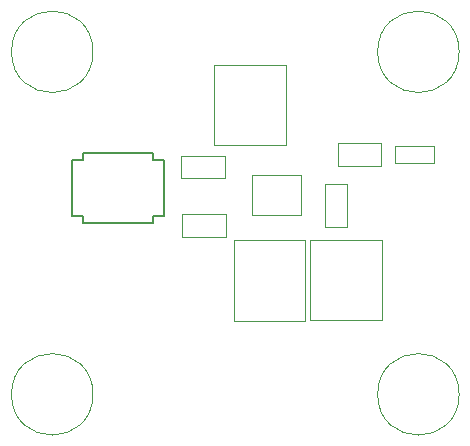
<source format=gbr>
G04 #@! TF.GenerationSoftware,KiCad,Pcbnew,8.0.0*
G04 #@! TF.CreationDate,2024-04-02T11:58:19-05:00*
G04 #@! TF.ProjectId,Haptic Feeback board,48617074-6963-4204-9665-656261636b20,rev?*
G04 #@! TF.SameCoordinates,Original*
G04 #@! TF.FileFunction,Other,User*
%FSLAX46Y46*%
G04 Gerber Fmt 4.6, Leading zero omitted, Abs format (unit mm)*
G04 Created by KiCad (PCBNEW 8.0.0) date 2024-04-02 11:58:19*
%MOMM*%
%LPD*%
G01*
G04 APERTURE LIST*
%ADD10C,0.050000*%
%ADD11C,0.152400*%
G04 APERTURE END LIST*
D10*
G04 #@! TO.C,R3*
X148550000Y-97850000D02*
X148550000Y-94150000D01*
X150450000Y-97850000D02*
X148550000Y-97850000D01*
X148550000Y-94150000D02*
X150450000Y-94150000D01*
X150450000Y-94150000D02*
X150450000Y-97850000D01*
G04 #@! TO.C,H3*
X128950000Y-112000000D02*
G75*
G02*
X122050000Y-112000000I-3450000J0D01*
G01*
X122050000Y-112000000D02*
G75*
G02*
X128950000Y-112000000I3450000J0D01*
G01*
G04 #@! TO.C,H2*
X128950000Y-83000000D02*
G75*
G02*
X122050000Y-83000000I-3450000J0D01*
G01*
X122050000Y-83000000D02*
G75*
G02*
X128950000Y-83000000I3450000J0D01*
G01*
D11*
G04 #@! TO.C,SW1*
X127149052Y-92134201D02*
X128099551Y-92134201D01*
X127149052Y-96901001D02*
X127149052Y-92134201D01*
X127149052Y-96901001D02*
X128099551Y-96901001D01*
X128099551Y-91558501D02*
X134017751Y-91558501D01*
X128099551Y-92134201D02*
X128099551Y-91558501D01*
X128099551Y-97476701D02*
X128099551Y-96901001D01*
X134017751Y-91558501D02*
X134017751Y-92134201D01*
X134017751Y-96901001D02*
X134017751Y-97476701D01*
X134017751Y-97476701D02*
X128099551Y-97476701D01*
X134968250Y-92134201D02*
X134017751Y-92134201D01*
X134968250Y-92134201D02*
X134968250Y-96901001D01*
X134968250Y-96901001D02*
X134017751Y-96901001D01*
D10*
G04 #@! TO.C,J3*
X140851000Y-98967400D02*
X140851000Y-105767400D01*
X140851000Y-105767400D02*
X146931000Y-105767400D01*
X146931000Y-98967400D02*
X140851000Y-98967400D01*
X146931000Y-105767400D02*
X146931000Y-98967400D01*
G04 #@! TO.C,C1*
X136448400Y-96733800D02*
X140208400Y-96733800D01*
X136448400Y-98693800D02*
X136448400Y-96733800D01*
X140208400Y-96733800D02*
X140208400Y-98693800D01*
X140208400Y-98693800D02*
X136448400Y-98693800D01*
G04 #@! TO.C,D1*
X154515000Y-90964000D02*
X157815000Y-90964000D01*
X154515000Y-92424000D02*
X154515000Y-90964000D01*
X157815000Y-90964000D02*
X157815000Y-92424000D01*
X157815000Y-92424000D02*
X154515000Y-92424000D01*
G04 #@! TO.C,H4*
X159950000Y-112000000D02*
G75*
G02*
X153050000Y-112000000I-3450000J0D01*
G01*
X153050000Y-112000000D02*
G75*
G02*
X159950000Y-112000000I3450000J0D01*
G01*
G04 #@! TO.C,J4*
X147328000Y-98942000D02*
X147328000Y-105742000D01*
X147328000Y-105742000D02*
X153408000Y-105742000D01*
X153408000Y-98942000D02*
X147328000Y-98942000D01*
X153408000Y-105742000D02*
X153408000Y-98942000D01*
G04 #@! TO.C,J2*
X139225400Y-84077600D02*
X139225400Y-90877600D01*
X139225400Y-90877600D02*
X145305400Y-90877600D01*
X145305400Y-84077600D02*
X139225400Y-84077600D01*
X145305400Y-90877600D02*
X145305400Y-84077600D01*
G04 #@! TO.C,R2*
X149661000Y-90744000D02*
X153361000Y-90744000D01*
X149661000Y-92644000D02*
X149661000Y-90744000D01*
X153361000Y-90744000D02*
X153361000Y-92644000D01*
X153361000Y-92644000D02*
X149661000Y-92644000D01*
G04 #@! TO.C,H1*
X159950000Y-83000000D02*
G75*
G02*
X153050000Y-83000000I-3450000J0D01*
G01*
X153050000Y-83000000D02*
G75*
G02*
X159950000Y-83000000I3450000J0D01*
G01*
G04 #@! TO.C,Q1*
X142452900Y-93397600D02*
X142452900Y-96797600D01*
X142452900Y-96797600D02*
X146552900Y-96797600D01*
X146552900Y-93397600D02*
X142452900Y-93397600D01*
X146552900Y-96797600D02*
X146552900Y-93397600D01*
G04 #@! TO.C,R1*
X136392800Y-91785400D02*
X140092800Y-91785400D01*
X136392800Y-93685400D02*
X136392800Y-91785400D01*
X140092800Y-91785400D02*
X140092800Y-93685400D01*
X140092800Y-93685400D02*
X136392800Y-93685400D01*
G04 #@! TD*
M02*

</source>
